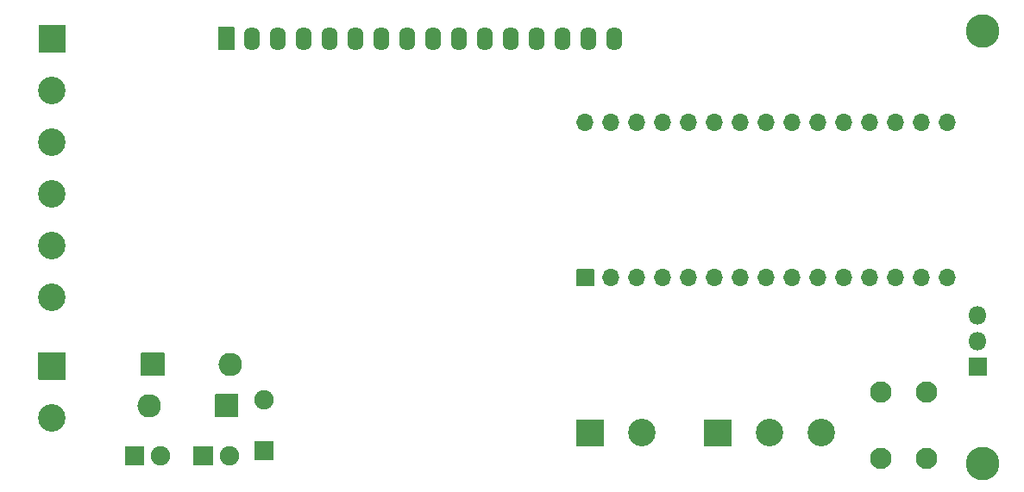
<source format=gbs>
%TF.GenerationSoftware,KiCad,Pcbnew,(5.99.0-1296-g952e7a5fb)*%
%TF.CreationDate,2020-06-12T12:12:59+03:00*%
%TF.ProjectId,TeemoWB,5465656d-6f57-4422-9e6b-696361645f70,1.0*%
%TF.SameCoordinates,Original*%
%TF.FileFunction,Soldermask,Bot*%
%TF.FilePolarity,Negative*%
%FSLAX46Y46*%
G04 Gerber Fmt 4.6, Leading zero omitted, Abs format (unit mm)*
G04 Created by KiCad (PCBNEW (5.99.0-1296-g952e7a5fb)) date 2020-06-12 12:12:59*
%MOMM*%
%LPD*%
G01*
G04 APERTURE LIST*
%ADD10C,3.300000*%
%ADD11O,1.600000X2.300000*%
%ADD12O,1.800000X1.800000*%
%ADD13C,2.100000*%
%ADD14C,2.700000*%
%ADD15C,1.900000*%
%ADD16O,2.300000X2.300000*%
%ADD17O,1.700000X1.700000*%
G04 APERTURE END LIST*
D10*
%TO.C,REF\u002A\u002A*%
X168000000Y-105750000D03*
%TD*%
%TO.C,REF\u002A\u002A*%
X168000000Y-63250000D03*
%TD*%
D11*
%TO.C,D_LCD1*%
X131850000Y-64000000D03*
X129310000Y-64000000D03*
X126770000Y-64000000D03*
X124230000Y-64000000D03*
X121690000Y-64000000D03*
X119150000Y-64000000D03*
X116610000Y-64000000D03*
X114070000Y-64000000D03*
X111530000Y-64000000D03*
X108990000Y-64000000D03*
X106450000Y-64000000D03*
X103910000Y-64000000D03*
X101370000Y-64000000D03*
X98830000Y-64000000D03*
X96290000Y-64000000D03*
G36*
G01*
X92950000Y-65100000D02*
X92950000Y-62900000D01*
G75*
G02*
X93000000Y-62850000I50000J0D01*
G01*
X94500000Y-62850000D01*
G75*
G02*
X94550000Y-62900000I0J-50000D01*
G01*
X94550000Y-65100000D01*
G75*
G02*
X94500000Y-65150000I-50000J0D01*
G01*
X93000000Y-65150000D01*
G75*
G02*
X92950000Y-65100000I0J50000D01*
G01*
G37*
%TD*%
D12*
%TO.C,J3*%
X167500000Y-91170000D03*
X167500000Y-93710000D03*
G36*
G01*
X168400000Y-95400000D02*
X168400000Y-97100000D01*
G75*
G02*
X168350000Y-97150000I-50000J0D01*
G01*
X166650000Y-97150000D01*
G75*
G02*
X166600000Y-97100000I0J50000D01*
G01*
X166600000Y-95400000D01*
G75*
G02*
X166650000Y-95350000I50000J0D01*
G01*
X168350000Y-95350000D01*
G75*
G02*
X168400000Y-95400000I0J-50000D01*
G01*
G37*
%TD*%
D13*
%TO.C,SW1*%
X158000000Y-98750000D03*
X162500000Y-98750000D03*
X158000000Y-105250000D03*
X162500000Y-105250000D03*
%TD*%
D14*
%TO.C,J5*%
X152160000Y-102750000D03*
X147080000Y-102750000D03*
G36*
G01*
X140650000Y-104050000D02*
X140650000Y-101450000D01*
G75*
G02*
X140700000Y-101400000I50000J0D01*
G01*
X143300000Y-101400000D01*
G75*
G02*
X143350000Y-101450000I0J-50000D01*
G01*
X143350000Y-104050000D01*
G75*
G02*
X143300000Y-104100000I-50000J0D01*
G01*
X140700000Y-104100000D01*
G75*
G02*
X140650000Y-104050000I0J50000D01*
G01*
G37*
%TD*%
%TO.C,J4*%
X134580000Y-102750000D03*
G36*
G01*
X128150000Y-104050000D02*
X128150000Y-101450000D01*
G75*
G02*
X128200000Y-101400000I50000J0D01*
G01*
X130800000Y-101400000D01*
G75*
G02*
X130850000Y-101450000I0J-50000D01*
G01*
X130850000Y-104050000D01*
G75*
G02*
X130800000Y-104100000I-50000J0D01*
G01*
X128200000Y-104100000D01*
G75*
G02*
X128150000Y-104050000I0J50000D01*
G01*
G37*
%TD*%
%TO.C,J2*%
X76675000Y-89450000D03*
X76675000Y-84370000D03*
X76675000Y-79290000D03*
X76675000Y-74210000D03*
X76675000Y-69130000D03*
G36*
G01*
X75375000Y-62700000D02*
X77975000Y-62700000D01*
G75*
G02*
X78025000Y-62750000I0J-50000D01*
G01*
X78025000Y-65350000D01*
G75*
G02*
X77975000Y-65400000I-50000J0D01*
G01*
X75375000Y-65400000D01*
G75*
G02*
X75325000Y-65350000I0J50000D01*
G01*
X75325000Y-62750000D01*
G75*
G02*
X75375000Y-62700000I50000J0D01*
G01*
G37*
%TD*%
%TO.C,J1*%
X76650000Y-101255000D03*
G36*
G01*
X75350000Y-94825000D02*
X77950000Y-94825000D01*
G75*
G02*
X78000000Y-94875000I0J-50000D01*
G01*
X78000000Y-97475000D01*
G75*
G02*
X77950000Y-97525000I-50000J0D01*
G01*
X75350000Y-97525000D01*
G75*
G02*
X75300000Y-97475000I0J50000D01*
G01*
X75300000Y-94875000D01*
G75*
G02*
X75350000Y-94825000I50000J0D01*
G01*
G37*
%TD*%
D15*
%TO.C,D4*%
X87290000Y-105000000D03*
G36*
G01*
X83800000Y-105900000D02*
X83800000Y-104100000D01*
G75*
G02*
X83850000Y-104050000I50000J0D01*
G01*
X85650000Y-104050000D01*
G75*
G02*
X85700000Y-104100000I0J-50000D01*
G01*
X85700000Y-105900000D01*
G75*
G02*
X85650000Y-105950000I-50000J0D01*
G01*
X83850000Y-105950000D01*
G75*
G02*
X83800000Y-105900000I0J50000D01*
G01*
G37*
%TD*%
%TO.C,D3*%
X94040000Y-105000000D03*
G36*
G01*
X90550000Y-105900000D02*
X90550000Y-104100000D01*
G75*
G02*
X90600000Y-104050000I50000J0D01*
G01*
X92400000Y-104050000D01*
G75*
G02*
X92450000Y-104100000I0J-50000D01*
G01*
X92450000Y-105900000D01*
G75*
G02*
X92400000Y-105950000I-50000J0D01*
G01*
X90600000Y-105950000D01*
G75*
G02*
X90550000Y-105900000I0J50000D01*
G01*
G37*
%TD*%
D16*
%TO.C,D2*%
X94160047Y-96000000D03*
G36*
G01*
X85390047Y-97100000D02*
X85390047Y-94900000D01*
G75*
G02*
X85440047Y-94850000I50000J0D01*
G01*
X87640047Y-94850000D01*
G75*
G02*
X87690047Y-94900000I0J-50000D01*
G01*
X87690047Y-97100000D01*
G75*
G02*
X87640047Y-97150000I-50000J0D01*
G01*
X85440047Y-97150000D01*
G75*
G02*
X85390047Y-97100000I0J50000D01*
G01*
G37*
%TD*%
%TO.C,D1*%
X86187349Y-100074710D03*
G36*
G01*
X94957349Y-98974710D02*
X94957349Y-101174710D01*
G75*
G02*
X94907349Y-101224710I-50000J0D01*
G01*
X92707349Y-101224710D01*
G75*
G02*
X92657349Y-101174710I0J50000D01*
G01*
X92657349Y-98974710D01*
G75*
G02*
X92707349Y-98924710I50000J0D01*
G01*
X94907349Y-98924710D01*
G75*
G02*
X94957349Y-98974710I0J-50000D01*
G01*
G37*
%TD*%
D15*
%TO.C,C1*%
X97450000Y-99500000D03*
G36*
G01*
X96500000Y-105400000D02*
X96500000Y-103600000D01*
G75*
G02*
X96550000Y-103550000I50000J0D01*
G01*
X98350000Y-103550000D01*
G75*
G02*
X98400000Y-103600000I0J-50000D01*
G01*
X98400000Y-105400000D01*
G75*
G02*
X98350000Y-105450000I-50000J0D01*
G01*
X96550000Y-105450000D01*
G75*
G02*
X96500000Y-105400000I0J50000D01*
G01*
G37*
%TD*%
D17*
%TO.C,A1*%
X164560000Y-72260000D03*
X164560000Y-87500000D03*
X129000000Y-72260000D03*
X162020000Y-87500000D03*
X131540000Y-72260000D03*
X159480000Y-87500000D03*
X134080000Y-72260000D03*
X156940000Y-87500000D03*
X136620000Y-72260000D03*
X154400000Y-87500000D03*
X139160000Y-72260000D03*
X151860000Y-87500000D03*
X141700000Y-72260000D03*
X149320000Y-87500000D03*
X144240000Y-72260000D03*
X146780000Y-87500000D03*
X146780000Y-72260000D03*
X144240000Y-87500000D03*
X149320000Y-72260000D03*
X141700000Y-87500000D03*
X151860000Y-72260000D03*
X139160000Y-87500000D03*
X154400000Y-72260000D03*
X136620000Y-87500000D03*
X156940000Y-72260000D03*
X134080000Y-87500000D03*
X159480000Y-72260000D03*
X131540000Y-87500000D03*
X162020000Y-72260000D03*
G36*
G01*
X129800000Y-88350000D02*
X128200000Y-88350000D01*
G75*
G02*
X128150000Y-88300000I0J50000D01*
G01*
X128150000Y-86700000D01*
G75*
G02*
X128200000Y-86650000I50000J0D01*
G01*
X129800000Y-86650000D01*
G75*
G02*
X129850000Y-86700000I0J-50000D01*
G01*
X129850000Y-88300000D01*
G75*
G02*
X129800000Y-88350000I-50000J0D01*
G01*
G37*
%TD*%
M02*

</source>
